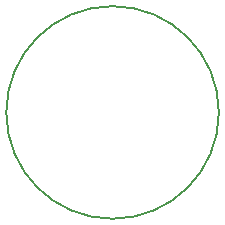
<source format=gbr>
%TF.GenerationSoftware,KiCad,Pcbnew,(5.1.7)-1*%
%TF.CreationDate,2021-04-19T22:56:07+02:00*%
%TF.ProjectId,TMA,544d412e-6b69-4636-9164-5f7063625858,rev?*%
%TF.SameCoordinates,Original*%
%TF.FileFunction,Profile,NP*%
%FSLAX46Y46*%
G04 Gerber Fmt 4.6, Leading zero omitted, Abs format (unit mm)*
G04 Created by KiCad (PCBNEW (5.1.7)-1) date 2021-04-19 22:56:07*
%MOMM*%
%LPD*%
G01*
G04 APERTURE LIST*
%TA.AperFunction,Profile*%
%ADD10C,0.150000*%
%TD*%
G04 APERTURE END LIST*
D10*
X84000000Y-50000000D02*
G75*
G03*
X84000000Y-50000000I-9000000J0D01*
G01*
M02*

</source>
